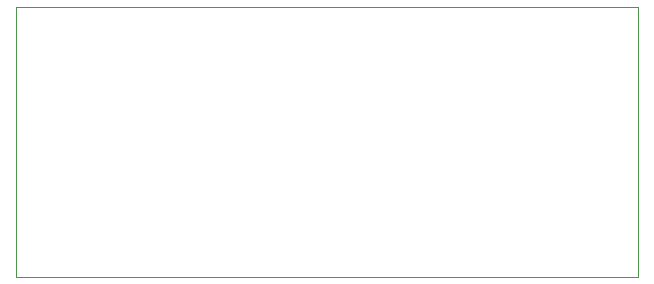
<source format=gbr>
%TF.GenerationSoftware,KiCad,Pcbnew,7.0.1*%
%TF.CreationDate,2023-03-26T17:16:00+02:00*%
%TF.ProjectId,AS4432_868_PMOD,41533434-3332-45f3-9836-385f504d4f44,rev?*%
%TF.SameCoordinates,Original*%
%TF.FileFunction,Profile,NP*%
%FSLAX46Y46*%
G04 Gerber Fmt 4.6, Leading zero omitted, Abs format (unit mm)*
G04 Created by KiCad (PCBNEW 7.0.1) date 2023-03-26 17:16:00*
%MOMM*%
%LPD*%
G01*
G04 APERTURE LIST*
%TA.AperFunction,Profile*%
%ADD10C,0.050000*%
%TD*%
G04 APERTURE END LIST*
D10*
X103505000Y-38100000D02*
X156210000Y-38100000D01*
X156210000Y-60960000D01*
X103505000Y-60960000D01*
X103505000Y-38100000D01*
M02*

</source>
